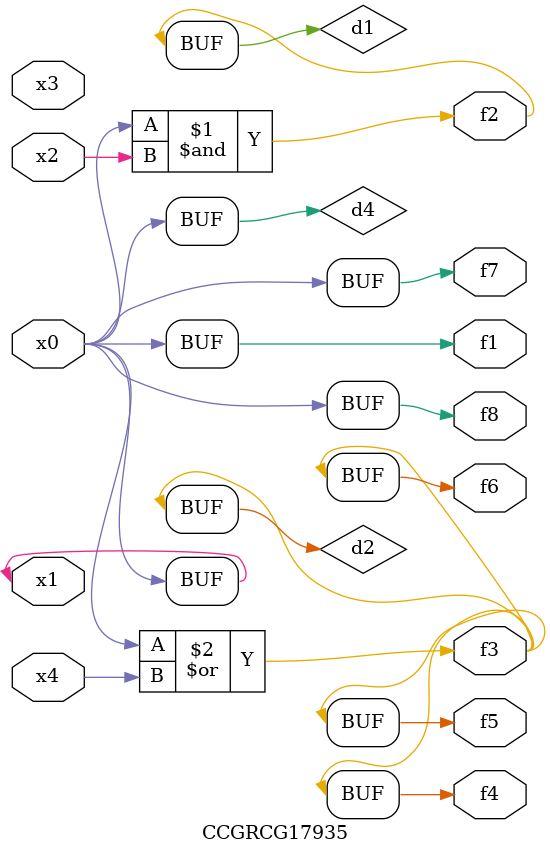
<source format=v>
module CCGRCG17935(
	input x0, x1, x2, x3, x4,
	output f1, f2, f3, f4, f5, f6, f7, f8
);

	wire d1, d2, d3, d4;

	and (d1, x0, x2);
	or (d2, x0, x4);
	nand (d3, x0, x2);
	buf (d4, x0, x1);
	assign f1 = d4;
	assign f2 = d1;
	assign f3 = d2;
	assign f4 = d2;
	assign f5 = d2;
	assign f6 = d2;
	assign f7 = d4;
	assign f8 = d4;
endmodule

</source>
